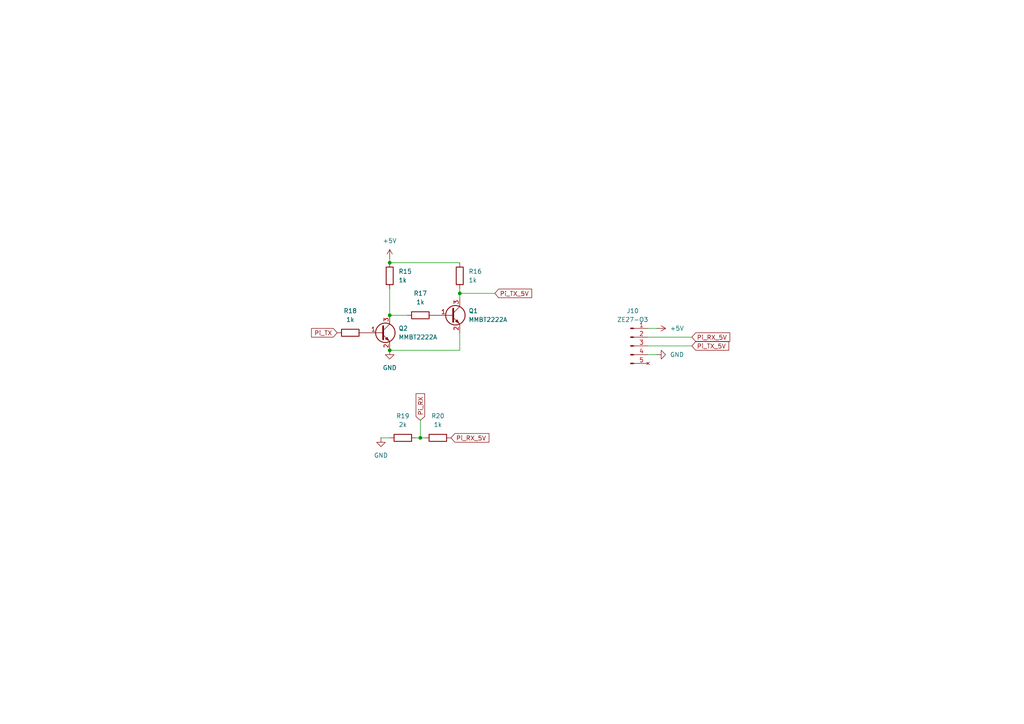
<source format=kicad_sch>
(kicad_sch (version 20231120) (generator "eeschema") (generator_version "8.0")
  (paper "A4")
  (lib_symbols
    (symbol "Connector:Conn_01x05_Pin" (pin_names (offset 1.016) hide)
      (property "Reference" "J" (at 0 7.62 0))
      (property "Value" "ZE27-O3" (at 0 -7.62 0))
      (symbol "Conn_01x05_Pin_1_1"
        (polyline (pts (xy 1.27 -5.08) (xy 0.8636 -5.08)) (stroke (width 0.1524)))
        (polyline (pts (xy 1.27 -2.54) (xy 0.8636 -2.54)) (stroke (width 0.1524)))
        (polyline (pts (xy 1.27 0) (xy 0.8636 0)) (stroke (width 0.1524)))
        (polyline (pts (xy 1.27 2.54) (xy 0.8636 2.54)) (stroke (width 0.1524)))
        (polyline (pts (xy 1.27 5.08) (xy 0.8636 5.08)) (stroke (width 0.1524)))
        (rectangle (start 0 2.667) (end 0.8636 2.413) (stroke (width 0.1524)) (fill (type outline)))
        (rectangle (start 0.8636 -4.953) (end 0 -5.207) (stroke (width 0.1524)) (fill (type outline)))
        (rectangle (start 0.8636 -2.413) (end 0 -2.667) (stroke (width 0.1524)) (fill (type outline)))
        (rectangle (start 0.8636 0.127) (end 0 -0.127) (stroke (width 0.1524)) (fill (type outline)))
        (rectangle (start 0.8636 5.207) (end 0 4.953) (stroke (width 0.1524)) (fill (type outline)))
        (pin input line (at 5.08 5.08 180) (length 3.81) (name "Vin") (number "1"))
        (pin output line (at 5.08 2.54 180) (length 3.81) (name "UART_TXD_(Out)") (number "2"))
        (pin input line (at 5.08 0 180) (length 3.81) (name "UART_RX_(In)") (number "3"))
        (pin input line (at 5.08 -2.54 180) (length 3.81) (name "GND") (number "4"))
        (pin no_connect line (at 5.08 -5.08 180) (length 3.81) (name "Reserved") (number "5"))
      )
    )
    (symbol "Device:R" (pin_numbers hide) (pin_names (offset 0))
      (property "Reference" "R" (at 2.032 0 90))
      (property "Value" "R" (at 0 0 90))
      (symbol "R_0_1"
        (rectangle (start -1.016 -2.54) (end 1.016 2.54) (stroke (width 0.254)))
      )
      (symbol "R_1_1"
        (pin passive line (at 0 3.81 270) (length 1.27) (name "~") (number "1"))
        (pin passive line (at 0 -3.81 90) (length 1.27) (name "~") (number "2"))
      )
    )
    (symbol "Transistor_BJT:MMBT2222A" (pin_names (offset 0) hide)
      (property "Reference" "Q" (at 5.08 1.905 0))
      (property "Value" "MMBT2222A" (at 5.08 0 0))
      (symbol "MMBT2222A_0_1"
        (polyline (pts (xy 0.635 0.635) (xy 2.54 2.54)))
        (polyline (pts (xy 0.635 -0.635) (xy 2.54 -2.54) (xy 2.54 -2.54)))
        (polyline (pts (xy 0.635 1.905) (xy 0.635 -1.905) (xy 0.635 -1.905)) (stroke (width 0.508)))
        (polyline (pts (xy 1.27 -1.778) (xy 1.778 -1.27) (xy 2.286 -2.286) (xy 1.27 -1.778) (xy 1.27 -1.778)) (fill (type outline)))
        (circle (center 1.27 0) (radius 2.8194) (stroke (width 0.254)))
      )
      (symbol "MMBT2222A_1_1"
        (pin input line (at -5.08 0 0) (length 5.715) (name "B") (number "1"))
        (pin passive line (at 2.54 -5.08 90) (length 2.54) (name "E") (number "2"))
        (pin passive line (at 2.54 5.08 270) (length 2.54) (name "C") (number "3"))
      )
    )
    (symbol "power:+5V" (power) (pin_numbers hide) (pin_names (offset 0) hide)
      (property "Value" "+5V" (at 0 3.556 0))
      (symbol "+5V_0_1"
        (polyline (pts (xy -0.762 1.27) (xy 0 2.54)))
        (polyline (pts (xy 0 0) (xy 0 2.54)))
        (polyline (pts (xy 0 2.54) (xy 0.762 1.27)))
      )
      (symbol "+5V_1_1"
        (pin power_in line (at 0 0 90) (length 0) (name "~") (number "1"))
      )
    )
    (symbol "power:GND" (power) (pin_numbers hide) (pin_names (offset 0) hide)
      (property "Value" "GND" (at 0 -3.81 0))
      (symbol "GND_0_1"
        (polyline (pts (xy 0 0) (xy 0 -1.27) (xy 1.27 -1.27) (xy 0 -2.54) (xy -1.27 -1.27) (xy 0 -1.27)))
      )
      (symbol "GND_1_1"
        (pin power_in line (at 0 0 270) (length 0) (name "~") (number "1"))
      )
    )
  )
  (junction (at 133.35 85.09))
  (junction (at 113.03 76.2))
  (junction (at 113.03 91.44))
  (junction (at 113.03 101.6))
  (junction (at 121.92 127))
  (wire (pts (xy 113.03 76.2) (xy 133.35 76.2)))
  (wire (pts (xy 121.92 121.92) (xy 121.92 127)))
  (wire (pts (xy 118.11 91.44) (xy 113.03 91.44)))
  (wire (pts (xy 120.65 127) (xy 121.92 127)))
  (wire (pts (xy 113.03 101.6) (xy 133.35 101.6)))
  (wire (pts (xy 133.35 85.09) (xy 133.35 86.36)))
  (wire (pts (xy 113.03 74.93) (xy 113.03 76.2)))
  (wire (pts (xy 133.35 83.82) (xy 133.35 85.09)))
  (wire (pts (xy 113.03 83.82) (xy 113.03 91.44)))
  (wire (pts (xy 143.51 85.09) (xy 133.35 85.09)))
  (wire (pts (xy 187.96 100.33) (xy 200.66 100.33)))
  (wire (pts (xy 187.96 95.25) (xy 190.5 95.25)))
  (wire (pts (xy 187.96 102.87) (xy 190.5 102.87)))
  (wire (pts (xy 110.49 127) (xy 113.03 127)))
  (wire (pts (xy 121.92 127) (xy 123.19 127)))
  (wire (pts (xy 133.35 96.52) (xy 133.35 101.6)))
  (wire (pts (xy 187.96 97.79) (xy 200.66 97.79)))
  (global_label "Pi_RX" (shape input) (at 121.92 121.92 90) (property "Intersheetrefs" "${INTERSHEET_REFS}" (effects (hide yes))))
  (global_label "Pi_RX_5V" (shape input) (at 200.66 97.79 0) (property "Intersheetrefs" "${INTERSHEET_REFS}" (effects (hide yes))))
  (global_label "Pi_TX" (shape input) (at 97.79 96.52 180) (property "Intersheetrefs" "${INTERSHEET_REFS}" (effects (hide yes))))
  (global_label "Pi_TX_5V" (shape input) (at 200.66 100.33 0) (property "Intersheetrefs" "${INTERSHEET_REFS}" (effects (hide yes))))
  (global_label "Pi_RX_5V" (shape input) (at 130.81 127 0) (property "Intersheetrefs" "${INTERSHEET_REFS}" (effects (hide yes))))
  (global_label "Pi_TX_5V" (shape input) (at 143.51 85.09 0) (property "Intersheetrefs" "${INTERSHEET_REFS}" (effects (hide yes))))
  (symbol (lib_id "Device:R") (at 133.35 80.01 180) (unit 1)
    (property "Reference" "R16" (at 135.89 78.7399 0) (effects (justify right)))
    (property "Value" "1k" (at 135.89 81.2799 0) (effects (justify right)))
    (property "Footprint" "Resistor_SMD:R_0402_1005Metric" (effects (hide yes)))
    (property "Description" "Resistor" (effects (hide yes)))
  )
  (symbol (lib_id "power:+5V") (at 190.5 95.25 270) (unit 1)
    (property "Reference" "#PWR063" (effects (hide yes)))
    (property "Value" "+5V" (at 194.31 95.2499 90) (effects (justify left)))
    (property "Description" "Power symbol creates a global label with name \"+5V\"" (effects (hide yes)))
  )
  (symbol (lib_id "power:GND") (at 190.5 102.87 90) (unit 1)
    (property "Reference" "#PWR065" (effects (hide yes)))
    (property "Value" "GND" (at 194.31 102.8699 90) (effects (justify right)))
    (property "Description" "Power symbol creates a global label with name \"GND\" , ground" (effects (hide yes)))
  )
  (symbol (lib_id "Device:R") (at 113.03 80.01 180) (unit 1)
    (property "Reference" "R15" (at 115.57 78.7399 0) (effects (justify right)))
    (property "Value" "1k" (at 115.57 81.2799 0) (effects (justify right)))
    (property "Footprint" "Resistor_SMD:R_0402_1005Metric" (effects (hide yes)))
    (property "Description" "Resistor" (effects (hide yes)))
  )
  (symbol (lib_id "power:GND") (at 110.49 127 0) (unit 1)
    (property "Reference" "#PWR066" (effects (hide yes)))
    (property "Value" "GND" (at 110.49 132.08 0))
    (property "Description" "Power symbol creates a global label with name \"GND\" , ground" (effects (hide yes)))
  )
  (symbol (lib_id "Connector:Conn_01x05_Pin") (at 182.88 100.33 0) (unit 1)
    (property "Reference" "J10" (at 183.515 90.17 0))
    (property "Value" "ZE27-O3" (at 183.515 92.71 0))
    (property "Footprint" "Connector_PinHeader_2.00mm:PinHeader_1x05_P2.00mm_Vertical" (effects (hide yes)))
    (property "Description" "ZE27-O3" (effects (hide yes)))
  )
  (symbol (lib_id "Device:R") (at 101.6 96.52 270) (unit 1)
    (property "Reference" "R18" (at 101.6 90.17 90))
    (property "Value" "1k" (at 101.6 92.71 90))
    (property "Footprint" "Resistor_SMD:R_0402_1005Metric" (effects (hide yes)))
    (property "Description" "Resistor" (effects (hide yes)))
  )
  (symbol (lib_id "Transistor_BJT:MMBT2222A") (at 130.81 91.44 0) (unit 1)
    (property "Reference" "Q1" (at 135.89 90.1699 0) (effects (justify left)))
    (property "Value" "MMBT2222A" (at 135.89 92.7099 0) (effects (justify left)))
    (property "Footprint" "Package_TO_SOT_SMD:SOT-23" (effects (hide yes)))
    (property "Datasheet" "https://assets.nexperia.com/documents/data-sheet/MMBT2222A.pdf" (effects (hide yes)))
    (property "Description" "600mA Ic, 40V Vce, NPN Transistor, SOT-23" (effects (hide yes)))
  )
  (symbol (lib_id "Device:R") (at 127 127 90) (unit 1)
    (property "Reference" "R20" (at 127 120.65 90))
    (property "Value" "1k" (at 127 123.19 90))
    (property "Footprint" "Resistor_SMD:R_0402_1005Metric" (effects (hide yes)))
    (property "Description" "Resistor" (effects (hide yes)))
  )
  (symbol (lib_id "power:GND") (at 113.03 101.6 0) (unit 1)
    (property "Reference" "#PWR064" (effects (hide yes)))
    (property "Value" "GND" (at 113.03 106.68 0))
    (property "Description" "Power symbol creates a global label with name \"GND\" , ground" (effects (hide yes)))
  )
  (symbol (lib_id "Device:R") (at 116.84 127 90) (unit 1)
    (property "Reference" "R19" (at 116.84 120.65 90))
    (property "Value" "2k" (at 116.84 123.19 90))
    (property "Footprint" "Resistor_SMD:R_0402_1005Metric" (effects (hide yes)))
    (property "Description" "Resistor" (effects (hide yes)))
  )
  (symbol (lib_id "Device:R") (at 121.92 91.44 90) (unit 1)
    (property "Reference" "R17" (at 121.92 85.09 90))
    (property "Value" "1k" (at 121.92 87.63 90))
    (property "Footprint" "Resistor_SMD:R_0402_1005Metric" (effects (hide yes)))
    (property "Description" "Resistor" (effects (hide yes)))
  )
  (symbol (lib_id "Transistor_BJT:MMBT2222A") (at 110.49 96.52 0) (unit 1)
    (property "Reference" "Q2" (at 115.57 95.2499 0) (effects (justify left)))
    (property "Value" "MMBT2222A" (at 115.57 97.7899 0) (effects (justify left)))
    (property "Footprint" "Package_TO_SOT_SMD:SOT-23" (effects (hide yes)))
    (property "Datasheet" "https://assets.nexperia.com/documents/data-sheet/MMBT2222A.pdf" (effects (hide yes)))
    (property "Description" "600mA Ic, 40V Vce, NPN Transistor, SOT-23" (effects (hide yes)))
  )
  (symbol (lib_id "power:+5V") (at 113.03 74.93 0) (unit 1)
    (property "Reference" "#PWR062" (effects (hide yes)))
    (property "Value" "+5V" (at 113.03 69.85 0))
    (property "Description" "Power symbol creates a global label with name \"+5V\"" (effects (hide yes)))
  )
)
</source>
